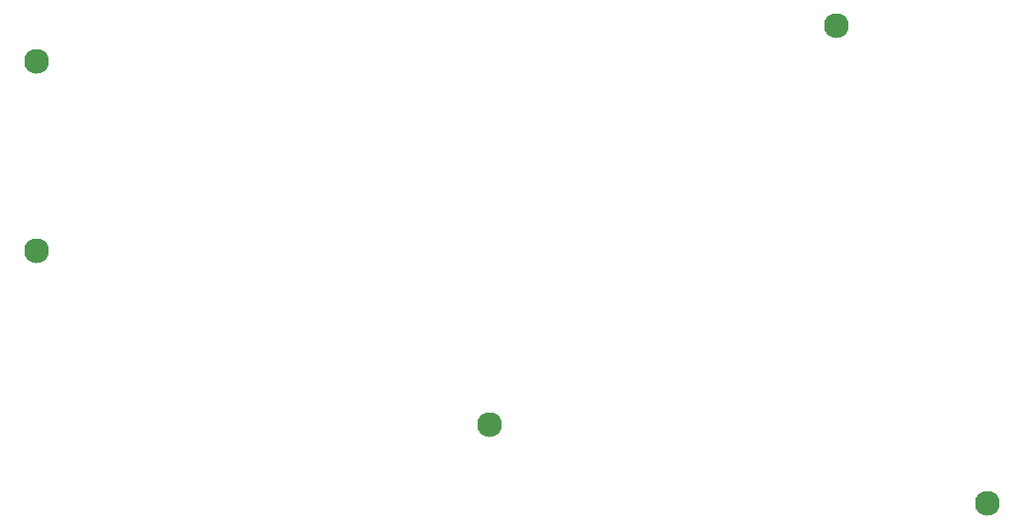
<source format=gts>
G04 #@! TF.GenerationSoftware,KiCad,Pcbnew,8.0.8+1*
G04 #@! TF.CreationDate,2025-07-09T06:01:41+00:00*
G04 #@! TF.ProjectId,backplate,6261636b-706c-4617-9465-2e6b69636164,0.2*
G04 #@! TF.SameCoordinates,Original*
G04 #@! TF.FileFunction,Soldermask,Top*
G04 #@! TF.FilePolarity,Negative*
%FSLAX46Y46*%
G04 Gerber Fmt 4.6, Leading zero omitted, Abs format (unit mm)*
G04 Created by KiCad (PCBNEW 8.0.8+1) date 2025-07-09 06:01:41*
%MOMM*%
%LPD*%
G01*
G04 APERTURE LIST*
%ADD10C,2.300000*%
G04 APERTURE END LIST*
D10*
X109250000Y-73750000D03*
X109250000Y-91250000D03*
X183218000Y-70423500D03*
X151157000Y-107365000D03*
X197157608Y-114631748D03*
M02*

</source>
